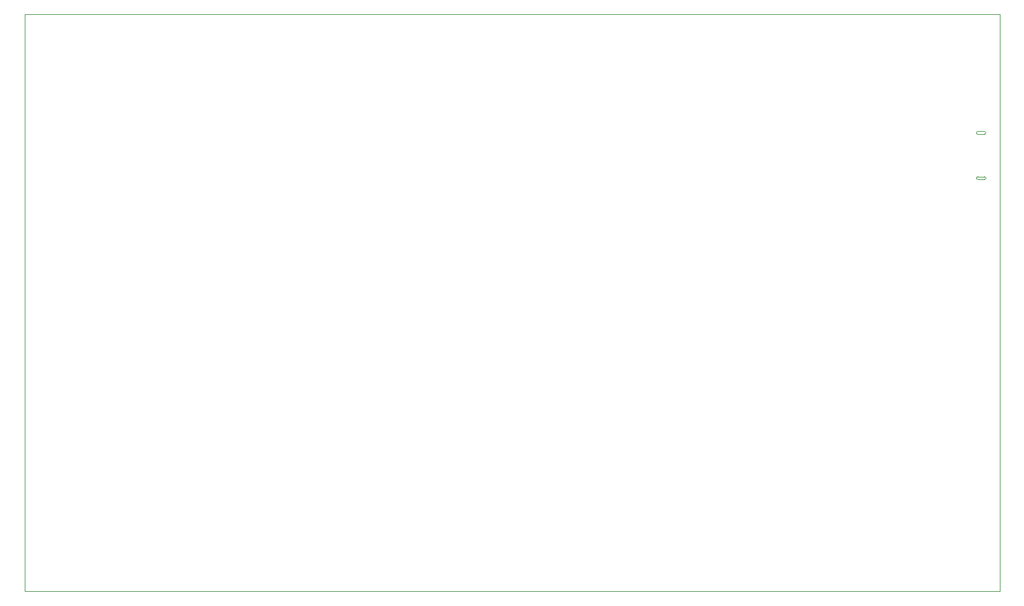
<source format=gbr>
%TF.GenerationSoftware,KiCad,Pcbnew,(5.1.10)-1*%
%TF.CreationDate,2022-03-17T16:17:32-06:00*%
%TF.ProjectId,BeagleBone_Black_Wireless,42656167-6c65-4426-9f6e-655f426c6163,rev?*%
%TF.SameCoordinates,Original*%
%TF.FileFunction,Profile,NP*%
%FSLAX46Y46*%
G04 Gerber Fmt 4.6, Leading zero omitted, Abs format (unit mm)*
G04 Created by KiCad (PCBNEW (5.1.10)-1) date 2022-03-17 16:17:32*
%MOMM*%
%LPD*%
G01*
G04 APERTURE LIST*
%TA.AperFunction,Profile*%
%ADD10C,0.050000*%
%TD*%
G04 APERTURE END LIST*
D10*
X50800000Y-118110000D02*
X50800000Y-39090600D01*
X184150000Y-118110000D02*
X50800000Y-118110000D01*
X184150000Y-39090600D02*
X184150000Y-118110000D01*
X50800000Y-39090600D02*
X184150000Y-39090600D01*
%TO.C,X1*%
X181165500Y-55510500D02*
X182055700Y-55510500D01*
X182055700Y-55129500D02*
X181165500Y-55129500D01*
X181165500Y-61710362D02*
X182055700Y-61710362D01*
X182055700Y-61329362D02*
X181165500Y-61329362D01*
X182055700Y-61710362D02*
G75*
G03*
X182055700Y-61329362I0J190500D01*
G01*
X181165500Y-61329362D02*
G75*
G03*
X181165500Y-61710362I0J-190500D01*
G01*
X182055700Y-55510500D02*
G75*
G03*
X182055700Y-55129500I0J190500D01*
G01*
X181165500Y-55129500D02*
G75*
G03*
X181165500Y-55510500I0J-190500D01*
G01*
%TD*%
M02*

</source>
